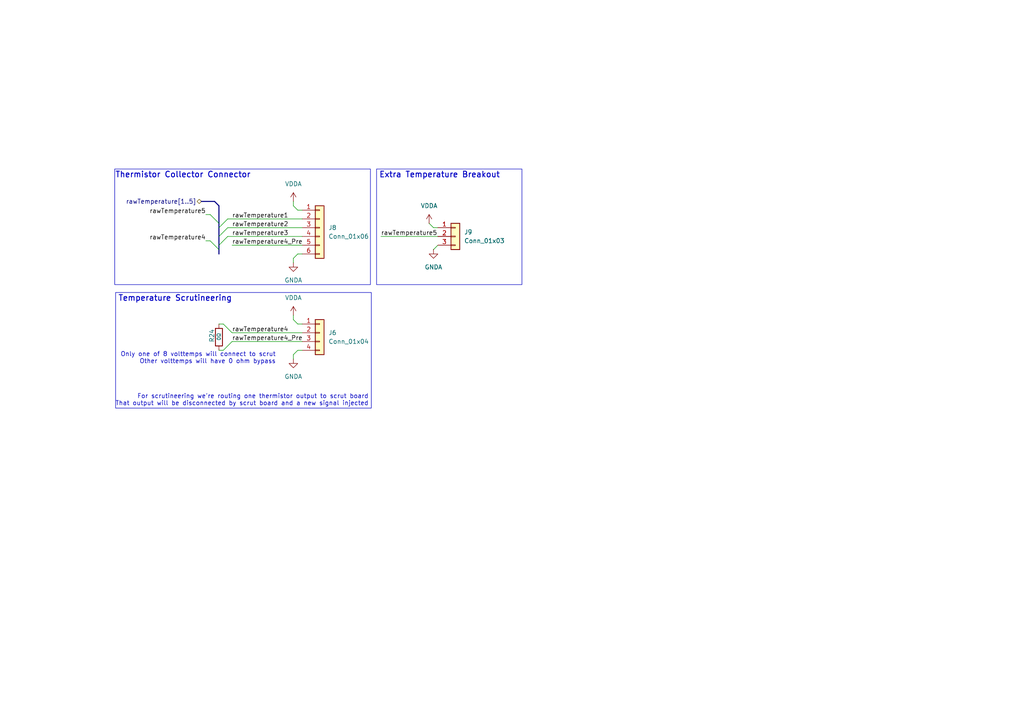
<source format=kicad_sch>
(kicad_sch (version 20250114) (generator "eeschema") (generator_version "9.0")
  (paper "A4")
  (lib_symbols
    (symbol "Connector_Generic:Conn_01x03" (pin_names (offset 1.016) (hide yes))
      (property "Reference" "J" (at 0 5.08 0))
      (property "Value" "Conn_01x03" (at 0 -5.08 0))
      (symbol "Conn_01x03_1_1"
        (rectangle (start -1.27 3.81) (end 1.27 -3.81) (stroke (width 0.254)) (fill (type background)))
        (rectangle (start -1.27 2.667) (end 0 2.413) (stroke (width 0.1524)))
        (rectangle (start -1.27 0.127) (end 0 -0.127) (stroke (width 0.1524)))
        (rectangle (start -1.27 -2.413) (end 0 -2.667) (stroke (width 0.1524)))
        (pin passive line (at -5.08 2.54 0) (length 3.81) (name "Pin_1") (number "1"))
        (pin passive line (at -5.08 0 0) (length 3.81) (name "Pin_2") (number "2"))
        (pin passive line (at -5.08 -2.54 0) (length 3.81) (name "Pin_3") (number "3"))
      )
    )
    (symbol "Connector_Generic:Conn_01x04" (pin_names (offset 1.016) (hide yes))
      (property "Reference" "J" (at 0 5.08 0))
      (property "Value" "Conn_01x04" (at 0 -7.62 0))
      (symbol "Conn_01x04_1_1"
        (rectangle (start -1.27 3.81) (end 1.27 -6.35) (stroke (width 0.254)) (fill (type background)))
        (rectangle (start -1.27 2.667) (end 0 2.413) (stroke (width 0.1524)))
        (rectangle (start -1.27 0.127) (end 0 -0.127) (stroke (width 0.1524)))
        (rectangle (start -1.27 -2.413) (end 0 -2.667) (stroke (width 0.1524)))
        (rectangle (start -1.27 -4.953) (end 0 -5.207) (stroke (width 0.1524)))
        (pin passive line (at -5.08 2.54 0) (length 3.81) (name "Pin_1") (number "1"))
        (pin passive line (at -5.08 0 0) (length 3.81) (name "Pin_2") (number "2"))
        (pin passive line (at -5.08 -2.54 0) (length 3.81) (name "Pin_3") (number "3"))
        (pin passive line (at -5.08 -5.08 0) (length 3.81) (name "Pin_4") (number "4"))
      )
    )
    (symbol "Connector_Generic:Conn_01x06" (pin_names (offset 1.016) (hide yes))
      (property "Reference" "J" (at 0 7.62 0))
      (property "Value" "Conn_01x06" (at 0 -10.16 0))
      (symbol "Conn_01x06_1_1"
        (rectangle (start -1.27 6.35) (end 1.27 -8.89) (stroke (width 0.254)) (fill (type background)))
        (rectangle (start -1.27 5.207) (end 0 4.953) (stroke (width 0.1524)))
        (rectangle (start -1.27 2.667) (end 0 2.413) (stroke (width 0.1524)))
        (rectangle (start -1.27 0.127) (end 0 -0.127) (stroke (width 0.1524)))
        (rectangle (start -1.27 -2.413) (end 0 -2.667) (stroke (width 0.1524)))
        (rectangle (start -1.27 -4.953) (end 0 -5.207) (stroke (width 0.1524)))
        (rectangle (start -1.27 -7.493) (end 0 -7.747) (stroke (width 0.1524)))
        (pin passive line (at -5.08 5.08 0) (length 3.81) (name "Pin_1") (number "1"))
        (pin passive line (at -5.08 2.54 0) (length 3.81) (name "Pin_2") (number "2"))
        (pin passive line (at -5.08 0 0) (length 3.81) (name "Pin_3") (number "3"))
        (pin passive line (at -5.08 -2.54 0) (length 3.81) (name "Pin_4") (number "4"))
        (pin passive line (at -5.08 -5.08 0) (length 3.81) (name "Pin_5") (number "5"))
        (pin passive line (at -5.08 -7.62 0) (length 3.81) (name "Pin_6") (number "6"))
      )
    )
    (symbol "Device:R" (pin_numbers (hide yes)) (pin_names (offset 0))
      (property "Reference" "R" (at 2.032 0 90))
      (property "Value" "R" (at 0 0 90))
      (symbol "R_0_1"
        (rectangle (start -1.016 -2.54) (end 1.016 2.54) (stroke (width 0.254)))
      )
      (symbol "R_1_1"
        (pin passive line (at 0 3.81 270) (length 1.27) (name "~") (number "1"))
        (pin passive line (at 0 -3.81 90) (length 1.27) (name "~") (number "2"))
      )
    )
    (symbol "power:GNDA" (power) (pin_numbers (hide yes)) (pin_names (offset 0) (hide yes))
      (property "Value" "GNDA" (at 0 -3.81 0))
      (symbol "GNDA_0_1"
        (polyline (pts (xy 0 0) (xy 0 -1.27) (xy 1.27 -1.27) (xy 0 -2.54) (xy -1.27 -1.27) (xy 0 -1.27)))
      )
      (symbol "GNDA_1_1"
        (pin power_in line (at 0 0 270) (length 0) (name "~") (number "1"))
      )
    )
    (symbol "power:VDDA" (power) (pin_numbers (hide yes)) (pin_names (offset 0) (hide yes))
      (property "Value" "VDDA" (at 0 3.556 0))
      (symbol "VDDA_0_1"
        (polyline (pts (xy -0.762 1.27) (xy 0 2.54)))
        (polyline (pts (xy 0 2.54) (xy 0.762 1.27)))
        (polyline (pts (xy 0 0) (xy 0 2.54)))
      )
      (symbol "VDDA_1_1"
        (pin power_in line (at 0 0 90) (length 0) (name "~") (number "1"))
      )
    )
  )
  (rectangle (start 109.22 49.022) (end 151.384 82.55))
  (rectangle (start 33.274 49.022) (end 107.442 82.55))
  (rectangle (start 33.528 84.836) (end 107.696 118.364))
  (text "For scrutineering we're routing one thermistor output to scrut board\nThat output will be disconnected by scrut board and a new signal injected" (at 106.934 116.078 0) (effects (font (size 1.27 1.27)) (justify right)))
  (text "Only one of 8 volttemps will connect to scrut\nOther volttemps will have 0 ohm bypass" (at 80.01 103.886 0) (effects (font (size 1.27 1.27)) (justify right)))
  (text "Temperature Scrutineering" (at 50.8 86.614 0) (effects (font (size 1.651 1.651) (thickness 0.254) (bold yes))))
  (text "Thermistor Collector Connector" (at 53.086 50.8 0) (effects (font (size 1.651 1.651) (thickness 0.254) (bold yes))))
  (text "Extra Temperature Breakout" (at 127.508 50.8 0) (effects (font (size 1.651 1.651) (thickness 0.254) (bold yes))))
  (bus_entry (at 60.96 69.85) (size 2.54 2.54))
  (bus_entry (at 63.5 68.58) (size 2.54 -2.54))
  (bus_entry (at 60.96 62.23) (size 2.54 2.54))
  (bus_entry (at 63.5 71.12) (size 2.54 -2.54))
  (bus_entry (at 63.5 66.04) (size 2.54 -2.54))
  (wire (pts (xy 87.63 60.96) (xy 86.36 60.96)))
  (wire (pts (xy 85.09 74.93) (xy 86.36 73.66)))
  (wire (pts (xy 85.09 58.42) (xy 85.09 59.69)))
  (wire (pts (xy 85.09 104.14) (xy 85.09 102.87)))
  (wire (pts (xy 59.69 62.23) (xy 60.96 62.23)))
  (wire (pts (xy 86.36 93.98) (xy 85.09 92.71)))
  (wire (pts (xy 64.77 101.6) (xy 67.31 99.06)))
  (wire (pts (xy 125.73 66.04) (xy 124.46 64.77)))
  (wire (pts (xy 87.63 93.98) (xy 86.36 93.98)))
  (bus (pts (xy 63.5 68.58) (xy 63.5 71.12)))
  (bus (pts (xy 63.5 66.04) (xy 63.5 68.58)))
  (bus (pts (xy 63.5 66.04) (xy 63.5 64.77)))
  (wire (pts (xy 86.36 60.96) (xy 85.09 59.69)))
  (wire (pts (xy 85.09 91.44) (xy 85.09 92.71)))
  (wire (pts (xy 67.31 99.06) (xy 87.63 99.06)))
  (wire (pts (xy 63.5 93.98) (xy 64.77 93.98)))
  (wire (pts (xy 110.49 68.58) (xy 127 68.58)))
  (bus (pts (xy 63.5 59.69) (xy 62.23 58.42)))
  (wire (pts (xy 67.31 96.52) (xy 87.63 96.52)))
  (wire (pts (xy 59.69 69.85) (xy 60.96 69.85)))
  (bus (pts (xy 58.42 58.42) (xy 62.23 58.42)))
  (bus (pts (xy 63.5 64.77) (xy 63.5 59.69)))
  (bus (pts (xy 63.5 71.12) (xy 63.5 72.39)))
  (wire (pts (xy 64.77 93.98) (xy 67.31 96.52)))
  (wire (pts (xy 66.04 63.5) (xy 87.63 63.5)))
  (wire (pts (xy 66.04 68.58) (xy 87.63 68.58)))
  (wire (pts (xy 66.04 66.04) (xy 87.63 66.04)))
  (bus (pts (xy 63.5 72.39) (xy 63.5 73.66)))
  (wire (pts (xy 85.09 76.2) (xy 85.09 74.93)))
  (wire (pts (xy 86.36 101.6) (xy 87.63 101.6)))
  (wire (pts (xy 63.5 101.6) (xy 64.77 101.6)))
  (wire (pts (xy 125.73 72.39) (xy 127 71.12)))
  (wire (pts (xy 85.09 102.87) (xy 86.36 101.6)))
  (wire (pts (xy 86.36 73.66) (xy 87.63 73.66)))
  (wire (pts (xy 127 66.04) (xy 125.73 66.04)))
  (wire (pts (xy 67.31 71.12) (xy 87.63 71.12)))
  (label "rawTemperature4" (at 67.31 96.52 0))
  (label "rawTemperature4_Pre" (at 67.31 99.06 0))
  (label "rawTemperature4_Pre" (at 67.31 71.12 0))
  (label "rawTemperature3" (at 67.31 68.58 0))
  (label "rawTemperature4" (at 59.69 69.85 180))
  (label "rawTemperature5" (at 59.69 62.23 180))
  (label "rawTemperature2" (at 67.31 66.04 0))
  (label "rawTemperature5" (at 110.49 68.58 0))
  (label "rawTemperature1" (at 67.31 63.5 0))
  (hierarchical_label "rawTemperature[1..5]" (shape bidirectional) (at 58.42 58.42 180))
  (symbol (lib_id "power:GNDA") (at 85.09 104.14 0) (unit 1)
    (property "Reference" "#PWR021" (effects (hide yes)))
    (property "Value" "GNDA" (at 85.09 109.22 0))
    (property "Description" "Power symbol creates a global label with name \"GNDA\" , analog ground" (effects (hide yes)))
  )
  (symbol (lib_id "Connector_Generic:Conn_01x06") (at 92.71 66.04 0) (unit 1)
    (property "Reference" "J8" (at 95.25 66.0399 0) (effects (justify left)))
    (property "Value" "Conn_01x06" (at 95.25 68.5799 0) (effects (justify left)))
    (property "Footprint" "VoltTemp:1053131106" (effects (hide yes)))
    (property "Description" "Generic connector, single row, 01x06, script generated (kicad-library-utils/schlib/autogen/connector/)" (effects (hide yes)))
    (property "P/N" "1053131106" (effects (hide yes)))
  )
  (symbol (lib_id "power:VDDA") (at 85.09 91.44 0) (unit 1)
    (property "Reference" "#PWR024" (effects (hide yes)))
    (property "Value" "VDDA" (at 85.09 86.36 0))
    (property "Description" "Power symbol creates a global label with name \"VDDA\"" (effects (hide yes)))
  )
  (symbol (lib_id "Connector_Generic:Conn_01x04") (at 92.71 96.52 0) (unit 1)
    (property "Reference" "J6" (at 95.25 96.5199 0) (effects (justify left)))
    (property "Value" "Conn_01x04" (at 95.25 99.0599 0) (effects (justify left)))
    (property "Footprint" "VoltTemp:1053132104" (effects (hide yes)))
    (property "Description" "Generic connector, single row, 01x04, script generated (kicad-library-utils/schlib/autogen/connector/)" (effects (hide yes)))
    (property "P/N" "1053132104" (effects (hide yes)))
  )
  (symbol (lib_id "Device:R") (at 63.5 97.79 0) (unit 1)
    (property "Reference" "R24" (at 61.468 99.314 90) (effects (justify left)))
    (property "Value" "0Ω" (at 63.5 98.806 90) (effects (font (size 1.016 1.016)) (justify left)))
    (property "Footprint" "Resistor_SMD:R_0603_1608Metric_Pad0.98x0.95mm_HandSolder" (effects (hide yes)))
    (property "Datasheet" "https://www.mouser.com/ProductDetail/Panasonic/ERA-3AED822V?qs=yocZuyCaXdPY%252BoKbtgBWEA%3D%3D&srsltid=AfmBOoqNGSzjo0BSOm8a05aF1OD2DC1DEesdZm6KpS4h-eMhVajjmgo9" (effects (hide yes)))
    (property "Description" "Resistor" (effects (hide yes)))
    (property "P/N" "SFR03EZPJ000" (effects (hide yes)))
  )
  (symbol (lib_id "power:GNDA") (at 85.09 76.2 0) (unit 1)
    (property "Reference" "#PWR09" (effects (hide yes)))
    (property "Value" "GNDA" (at 85.09 81.28 0))
    (property "Description" "Power symbol creates a global label with name \"GNDA\" , analog ground" (effects (hide yes)))
  )
  (symbol (lib_id "power:GNDA") (at 125.73 72.39 0) (unit 1)
    (property "Reference" "#PWR032" (effects (hide yes)))
    (property "Value" "GNDA" (at 125.73 77.47 0))
    (property "Description" "Power symbol creates a global label with name \"GNDA\" , analog ground" (effects (hide yes)))
  )
  (symbol (lib_id "power:VDDA") (at 85.09 58.42 0) (unit 1)
    (property "Reference" "#PWR014" (effects (hide yes)))
    (property "Value" "VDDA" (at 85.09 53.34 0))
    (property "Description" "Power symbol creates a global label with name \"VDDA\"" (effects (hide yes)))
  )
  (symbol (lib_id "Connector_Generic:Conn_01x03") (at 132.08 68.58 0) (unit 1)
    (property "Reference" "J9" (at 134.62 67.3099 0) (effects (justify left)))
    (property "Value" "Conn_01x03" (at 134.62 69.8499 0) (effects (justify left)))
    (property "Footprint" "VoltTemp:1053131103" (effects (hide yes)))
    (property "Description" "Generic connector, single row, 01x03, script generated (kicad-library-utils/schlib/autogen/connector/)" (effects (hide yes)))
    (property "P/N" "1053131103" (effects (hide yes)))
  )
  (symbol (lib_id "power:VDDA") (at 124.46 64.77 0) (unit 1)
    (property "Reference" "#PWR033" (effects (hide yes)))
    (property "Value" "VDDA" (at 124.46 59.69 0))
    (property "Description" "Power symbol creates a global label with name \"VDDA\"" (effects (hide yes)))
  )
)
</source>
